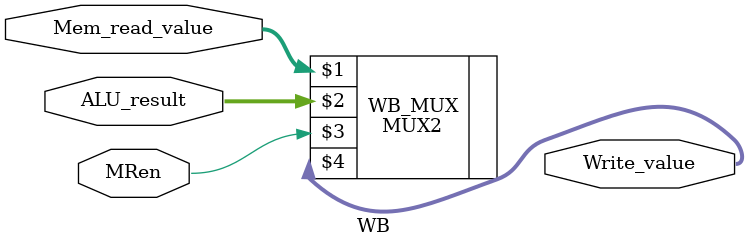
<source format=v>
module WB(input MRen, input [31 : 0] ALU_result, Mem_read_value, output [31 : 0] Write_value);
MUX2 WB_MUX (Mem_read_value,ALU_result,MRen,Write_value);
endmodule

</source>
